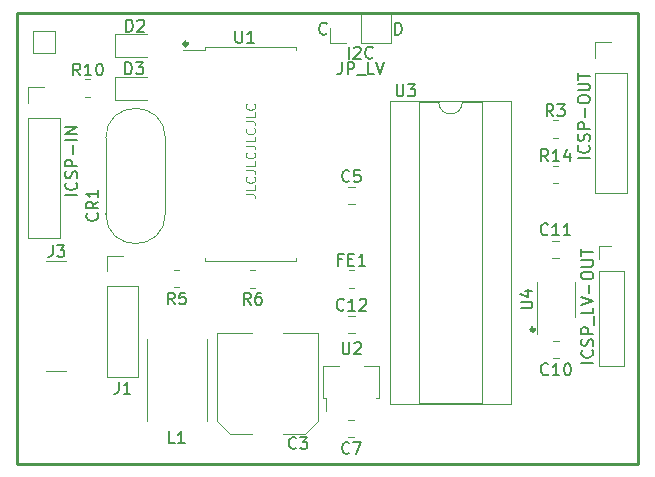
<source format=gbr>
From 2ec9ceca347f2052a0884e115a5198e5ea716262 Mon Sep 17 00:00:00 2001
From: Attila Veghelyi <works@veghelyiattila.hu>
Date: Wed, 5 Jun 2024 19:01:04 +0200
Subject: Modify the gerber files which are including now USB-C connector
 #0c67c15a0

---
 pcb/gerber/oprog_minimal-F_Silkscreen.gbr | 2003 +++++++++++++++++++++++++++++
 1 file changed, 2003 insertions(+)
 create mode 100644 pcb/gerber/oprog_minimal-F_Silkscreen.gbr

(limited to 'pcb/gerber/oprog_minimal-F_Silkscreen.gbr')

diff --git a/pcb/gerber/oprog_minimal-F_Silkscreen.gbr b/pcb/gerber/oprog_minimal-F_Silkscreen.gbr
new file mode 100644
index 0000000..7bac9de
--- /dev/null
+++ b/pcb/gerber/oprog_minimal-F_Silkscreen.gbr
@@ -0,0 +1,2003 @@
+G04 #@! TF.GenerationSoftware,KiCad,Pcbnew,7.0.11+1*
+G04 #@! TF.CreationDate,2024-04-21T11:05:48+02:00*
+G04 #@! TF.ProjectId,oprog_minimal,6f70726f-675f-46d6-996e-696d616c2e6b,rev?*
+G04 #@! TF.SameCoordinates,PXa8d62b0PY5f13998*
+G04 #@! TF.FileFunction,Legend,Top*
+G04 #@! TF.FilePolarity,Positive*
+%FSLAX46Y46*%
+G04 Gerber Fmt 4.6, Leading zero omitted, Abs format (unit mm)*
+G04 Created by KiCad (PCBNEW 7.0.11+1) date 2024-04-21 11:05:48*
+%MOMM*%
+%LPD*%
+G01*
+G04 APERTURE LIST*
+%ADD10C,0.300000*%
+%ADD11C,0.240000*%
+%ADD12C,0.150000*%
+%ADD13C,0.100000*%
+%ADD14C,0.120000*%
+G04 APERTURE END LIST*
+D10*
+X14678800Y-2895600D02*
+G75*
+G03*
+X14378800Y-2895600I-150000J0D01*
+G01*
+X14378800Y-2895600D02*
+G75*
+G03*
+X14678800Y-2895600I150000J0D01*
+G01*
+X44066600Y-27076400D02*
+G75*
+G03*
+X43766600Y-27076400I-150000J0D01*
+G01*
+X43766600Y-27076400D02*
+G75*
+G03*
+X44066600Y-27076400I150000J0D01*
+G01*
+D11*
+X254000Y-38481000D02*
+X254000Y-254000D01*
+X52832000Y-254000D02*
+X52832000Y-38481000D01*
+X254000Y-254000D02*
+X52832000Y-254000D01*
+X52832000Y-38481000D02*
+X254000Y-38481000D01*
+D12*
+X32250095Y-2105819D02*
+X32250095Y-1105819D01*
+X32250095Y-1105819D02*
+X32488190Y-1105819D01*
+X32488190Y-1105819D02*
+X32631047Y-1153438D01*
+X32631047Y-1153438D02*
+X32726285Y-1248676D01*
+X32726285Y-1248676D02*
+X32773904Y-1343914D01*
+X32773904Y-1343914D02*
+X32821523Y-1534390D01*
+X32821523Y-1534390D02*
+X32821523Y-1677247D01*
+X32821523Y-1677247D02*
+X32773904Y-1867723D01*
+X32773904Y-1867723D02*
+X32726285Y-1962961D01*
+X32726285Y-1962961D02*
+X32631047Y-2058200D01*
+X32631047Y-2058200D02*
+X32488190Y-2105819D01*
+X32488190Y-2105819D02*
+X32250095Y-2105819D01*
+D13*
+X19630895Y-15633238D02*
+X20202323Y-15633238D01*
+X20202323Y-15633238D02*
+X20316609Y-15671333D01*
+X20316609Y-15671333D02*
+X20392800Y-15747524D01*
+X20392800Y-15747524D02*
+X20430895Y-15861809D01*
+X20430895Y-15861809D02*
+X20430895Y-15938000D01*
+X20430895Y-14871333D02*
+X20430895Y-15252285D01*
+X20430895Y-15252285D02*
+X19630895Y-15252285D01*
+X20354704Y-14147523D02*
+X20392800Y-14185619D01*
+X20392800Y-14185619D02*
+X20430895Y-14299904D01*
+X20430895Y-14299904D02*
+X20430895Y-14376095D01*
+X20430895Y-14376095D02*
+X20392800Y-14490381D01*
+X20392800Y-14490381D02*
+X20316609Y-14566571D01*
+X20316609Y-14566571D02*
+X20240419Y-14604666D01*
+X20240419Y-14604666D02*
+X20088038Y-14642762D01*
+X20088038Y-14642762D02*
+X19973752Y-14642762D01*
+X19973752Y-14642762D02*
+X19821371Y-14604666D01*
+X19821371Y-14604666D02*
+X19745180Y-14566571D01*
+X19745180Y-14566571D02*
+X19668990Y-14490381D01*
+X19668990Y-14490381D02*
+X19630895Y-14376095D01*
+X19630895Y-14376095D02*
+X19630895Y-14299904D01*
+X19630895Y-14299904D02*
+X19668990Y-14185619D01*
+X19668990Y-14185619D02*
+X19707085Y-14147523D01*
+X19630895Y-13576095D02*
+X20202323Y-13576095D01*
+X20202323Y-13576095D02*
+X20316609Y-13614190D01*
+X20316609Y-13614190D02*
+X20392800Y-13690381D01*
+X20392800Y-13690381D02*
+X20430895Y-13804666D01*
+X20430895Y-13804666D02*
+X20430895Y-13880857D01*
+X20430895Y-12814190D02*
+X20430895Y-13195142D01*
+X20430895Y-13195142D02*
+X19630895Y-13195142D01*
+X20354704Y-12090380D02*
+X20392800Y-12128476D01*
+X20392800Y-12128476D02*
+X20430895Y-12242761D01*
+X20430895Y-12242761D02*
+X20430895Y-12318952D01*
+X20430895Y-12318952D02*
+X20392800Y-12433238D01*
+X20392800Y-12433238D02*
+X20316609Y-12509428D01*
+X20316609Y-12509428D02*
+X20240419Y-12547523D01*
+X20240419Y-12547523D02*
+X20088038Y-12585619D01*
+X20088038Y-12585619D02*
+X19973752Y-12585619D01*
+X19973752Y-12585619D02*
+X19821371Y-12547523D01*
+X19821371Y-12547523D02*
+X19745180Y-12509428D01*
+X19745180Y-12509428D02*
+X19668990Y-12433238D01*
+X19668990Y-12433238D02*
+X19630895Y-12318952D01*
+X19630895Y-12318952D02*
+X19630895Y-12242761D01*
+X19630895Y-12242761D02*
+X19668990Y-12128476D01*
+X19668990Y-12128476D02*
+X19707085Y-12090380D01*
+X19630895Y-11518952D02*
+X20202323Y-11518952D01*
+X20202323Y-11518952D02*
+X20316609Y-11557047D01*
+X20316609Y-11557047D02*
+X20392800Y-11633238D01*
+X20392800Y-11633238D02*
+X20430895Y-11747523D01*
+X20430895Y-11747523D02*
+X20430895Y-11823714D01*
+X20430895Y-10757047D02*
+X20430895Y-11137999D01*
+X20430895Y-11137999D02*
+X19630895Y-11137999D01*
+X20354704Y-10033237D02*
+X20392800Y-10071333D01*
+X20392800Y-10071333D02*
+X20430895Y-10185618D01*
+X20430895Y-10185618D02*
+X20430895Y-10261809D01*
+X20430895Y-10261809D02*
+X20392800Y-10376095D01*
+X20392800Y-10376095D02*
+X20316609Y-10452285D01*
+X20316609Y-10452285D02*
+X20240419Y-10490380D01*
+X20240419Y-10490380D02*
+X20088038Y-10528476D01*
+X20088038Y-10528476D02*
+X19973752Y-10528476D01*
+X19973752Y-10528476D02*
+X19821371Y-10490380D01*
+X19821371Y-10490380D02*
+X19745180Y-10452285D01*
+X19745180Y-10452285D02*
+X19668990Y-10376095D01*
+X19668990Y-10376095D02*
+X19630895Y-10261809D01*
+X19630895Y-10261809D02*
+X19630895Y-10185618D01*
+X19630895Y-10185618D02*
+X19668990Y-10071333D01*
+X19668990Y-10071333D02*
+X19707085Y-10033237D01*
+X19630895Y-9461809D02*
+X20202323Y-9461809D01*
+X20202323Y-9461809D02*
+X20316609Y-9499904D01*
+X20316609Y-9499904D02*
+X20392800Y-9576095D01*
+X20392800Y-9576095D02*
+X20430895Y-9690380D01*
+X20430895Y-9690380D02*
+X20430895Y-9766571D01*
+X20430895Y-8699904D02*
+X20430895Y-9080856D01*
+X20430895Y-9080856D02*
+X19630895Y-9080856D01*
+X20354704Y-7976094D02*
+X20392800Y-8014190D01*
+X20392800Y-8014190D02*
+X20430895Y-8128475D01*
+X20430895Y-8128475D02*
+X20430895Y-8204666D01*
+X20430895Y-8204666D02*
+X20392800Y-8318952D01*
+X20392800Y-8318952D02*
+X20316609Y-8395142D01*
+X20316609Y-8395142D02*
+X20240419Y-8433237D01*
+X20240419Y-8433237D02*
+X20088038Y-8471333D01*
+X20088038Y-8471333D02*
+X19973752Y-8471333D01*
+X19973752Y-8471333D02*
+X19821371Y-8433237D01*
+X19821371Y-8433237D02*
+X19745180Y-8395142D01*
+X19745180Y-8395142D02*
+X19668990Y-8318952D01*
+X19668990Y-8318952D02*
+X19630895Y-8204666D01*
+X19630895Y-8204666D02*
+X19630895Y-8128475D01*
+X19630895Y-8128475D02*
+X19668990Y-8014190D01*
+X19668990Y-8014190D02*
+X19707085Y-7976094D01*
+D12*
+X26471523Y-2010580D02*
+X26423904Y-2058200D01*
+X26423904Y-2058200D02*
+X26281047Y-2105819D01*
+X26281047Y-2105819D02*
+X26185809Y-2105819D01*
+X26185809Y-2105819D02*
+X26042952Y-2058200D01*
+X26042952Y-2058200D02*
+X25947714Y-1962961D01*
+X25947714Y-1962961D02*
+X25900095Y-1867723D01*
+X25900095Y-1867723D02*
+X25852476Y-1677247D01*
+X25852476Y-1677247D02*
+X25852476Y-1534390D01*
+X25852476Y-1534390D02*
+X25900095Y-1343914D01*
+X25900095Y-1343914D02*
+X25947714Y-1248676D01*
+X25947714Y-1248676D02*
+X26042952Y-1153438D01*
+X26042952Y-1153438D02*
+X26185809Y-1105819D01*
+X26185809Y-1105819D02*
+X26281047Y-1105819D01*
+X26281047Y-1105819D02*
+X26423904Y-1153438D01*
+X26423904Y-1153438D02*
+X26471523Y-1201057D01*
+X9498105Y-1852819D02*
+X9498105Y-852819D01*
+X9498105Y-852819D02*
+X9736200Y-852819D01*
+X9736200Y-852819D02*
+X9879057Y-900438D01*
+X9879057Y-900438D02*
+X9974295Y-995676D01*
+X9974295Y-995676D02*
+X10021914Y-1090914D01*
+X10021914Y-1090914D02*
+X10069533Y-1281390D01*
+X10069533Y-1281390D02*
+X10069533Y-1424247D01*
+X10069533Y-1424247D02*
+X10021914Y-1614723D01*
+X10021914Y-1614723D02*
+X9974295Y-1709961D01*
+X9974295Y-1709961D02*
+X9879057Y-1805200D01*
+X9879057Y-1805200D02*
+X9736200Y-1852819D01*
+X9736200Y-1852819D02*
+X9498105Y-1852819D01*
+X10450486Y-948057D02*
+X10498105Y-900438D01*
+X10498105Y-900438D02*
+X10593343Y-852819D01*
+X10593343Y-852819D02*
+X10831438Y-852819D01*
+X10831438Y-852819D02*
+X10926676Y-900438D01*
+X10926676Y-900438D02*
+X10974295Y-948057D01*
+X10974295Y-948057D02*
+X11021914Y-1043295D01*
+X11021914Y-1043295D02*
+X11021914Y-1138533D01*
+X11021914Y-1138533D02*
+X10974295Y-1281390D01*
+X10974295Y-1281390D02*
+X10402867Y-1852819D01*
+X10402867Y-1852819D02*
+X11021914Y-1852819D01*
+X9419605Y-5458619D02*
+X9419605Y-4458619D01*
+X9419605Y-4458619D02*
+X9657700Y-4458619D01*
+X9657700Y-4458619D02*
+X9800557Y-4506238D01*
+X9800557Y-4506238D02*
+X9895795Y-4601476D01*
+X9895795Y-4601476D02*
+X9943414Y-4696714D01*
+X9943414Y-4696714D02*
+X9991033Y-4887190D01*
+X9991033Y-4887190D02*
+X9991033Y-5030047D01*
+X9991033Y-5030047D02*
+X9943414Y-5220523D01*
+X9943414Y-5220523D02*
+X9895795Y-5315761D01*
+X9895795Y-5315761D02*
+X9800557Y-5411000D01*
+X9800557Y-5411000D02*
+X9657700Y-5458619D01*
+X9657700Y-5458619D02*
+X9419605Y-5458619D01*
+X10324367Y-4458619D02*
+X10943414Y-4458619D01*
+X10943414Y-4458619D02*
+X10610081Y-4839571D01*
+X10610081Y-4839571D02*
+X10752938Y-4839571D01*
+X10752938Y-4839571D02*
+X10848176Y-4887190D01*
+X10848176Y-4887190D02*
+X10895795Y-4934809D01*
+X10895795Y-4934809D02*
+X10943414Y-5030047D01*
+X10943414Y-5030047D02*
+X10943414Y-5268142D01*
+X10943414Y-5268142D02*
+X10895795Y-5363380D01*
+X10895795Y-5363380D02*
+X10848176Y-5411000D01*
+X10848176Y-5411000D02*
+X10752938Y-5458619D01*
+X10752938Y-5458619D02*
+X10467224Y-5458619D01*
+X10467224Y-5458619D02*
+X10371986Y-5411000D01*
+X10371986Y-5411000D02*
+X10324367Y-5363380D01*
+X5605542Y-5560219D02*
+X5272209Y-5084028D01*
+X5034114Y-5560219D02*
+X5034114Y-4560219D01*
+X5034114Y-4560219D02*
+X5415066Y-4560219D01*
+X5415066Y-4560219D02*
+X5510304Y-4607838D01*
+X5510304Y-4607838D02*
+X5557923Y-4655457D01*
+X5557923Y-4655457D02*
+X5605542Y-4750695D01*
+X5605542Y-4750695D02*
+X5605542Y-4893552D01*
+X5605542Y-4893552D02*
+X5557923Y-4988790D01*
+X5557923Y-4988790D02*
+X5510304Y-5036409D01*
+X5510304Y-5036409D02*
+X5415066Y-5084028D01*
+X5415066Y-5084028D02*
+X5034114Y-5084028D01*
+X6557923Y-5560219D02*
+X5986495Y-5560219D01*
+X6272209Y-5560219D02*
+X6272209Y-4560219D01*
+X6272209Y-4560219D02*
+X6176971Y-4703076D01*
+X6176971Y-4703076D02*
+X6081733Y-4798314D01*
+X6081733Y-4798314D02*
+X5986495Y-4845933D01*
+X7176971Y-4560219D02*
+X7272209Y-4560219D01*
+X7272209Y-4560219D02*
+X7367447Y-4607838D01*
+X7367447Y-4607838D02*
+X7415066Y-4655457D01*
+X7415066Y-4655457D02*
+X7462685Y-4750695D01*
+X7462685Y-4750695D02*
+X7510304Y-4941171D01*
+X7510304Y-4941171D02*
+X7510304Y-5179266D01*
+X7510304Y-5179266D02*
+X7462685Y-5369742D01*
+X7462685Y-5369742D02*
+X7415066Y-5464980D01*
+X7415066Y-5464980D02*
+X7367447Y-5512600D01*
+X7367447Y-5512600D02*
+X7272209Y-5560219D01*
+X7272209Y-5560219D02*
+X7176971Y-5560219D01*
+X7176971Y-5560219D02*
+X7081733Y-5512600D01*
+X7081733Y-5512600D02*
+X7034114Y-5464980D01*
+X7034114Y-5464980D02*
+X6986495Y-5369742D01*
+X6986495Y-5369742D02*
+X6938876Y-5179266D01*
+X6938876Y-5179266D02*
+X6938876Y-4941171D01*
+X6938876Y-4941171D02*
+X6986495Y-4750695D01*
+X6986495Y-4750695D02*
+X7034114Y-4655457D01*
+X7034114Y-4655457D02*
+X7081733Y-4607838D01*
+X7081733Y-4607838D02*
+X7176971Y-4560219D01*
+X18745295Y-1791619D02*
+X18745295Y-2601142D01*
+X18745295Y-2601142D02*
+X18792914Y-2696380D01*
+X18792914Y-2696380D02*
+X18840533Y-2744000D01*
+X18840533Y-2744000D02*
+X18935771Y-2791619D01*
+X18935771Y-2791619D02*
+X19126247Y-2791619D01*
+X19126247Y-2791619D02*
+X19221485Y-2744000D01*
+X19221485Y-2744000D02*
+X19269104Y-2696380D01*
+X19269104Y-2696380D02*
+X19316723Y-2601142D01*
+X19316723Y-2601142D02*
+X19316723Y-1791619D01*
+X20316723Y-2791619D02*
+X19745295Y-2791619D01*
+X20031009Y-2791619D02*
+X20031009Y-1791619D01*
+X20031009Y-1791619D02*
+X19935771Y-1934476D01*
+X19935771Y-1934476D02*
+X19840533Y-2029714D01*
+X19840533Y-2029714D02*
+X19745295Y-2077333D01*
+X7027080Y-17240166D02*
+X7074700Y-17287785D01*
+X7074700Y-17287785D02*
+X7122319Y-17430642D01*
+X7122319Y-17430642D02*
+X7122319Y-17525880D01*
+X7122319Y-17525880D02*
+X7074700Y-17668737D01*
+X7074700Y-17668737D02*
+X6979461Y-17763975D01*
+X6979461Y-17763975D02*
+X6884223Y-17811594D01*
+X6884223Y-17811594D02*
+X6693747Y-17859213D01*
+X6693747Y-17859213D02*
+X6550890Y-17859213D01*
+X6550890Y-17859213D02*
+X6360414Y-17811594D01*
+X6360414Y-17811594D02*
+X6265176Y-17763975D01*
+X6265176Y-17763975D02*
+X6169938Y-17668737D01*
+X6169938Y-17668737D02*
+X6122319Y-17525880D01*
+X6122319Y-17525880D02*
+X6122319Y-17430642D01*
+X6122319Y-17430642D02*
+X6169938Y-17287785D01*
+X6169938Y-17287785D02*
+X6217557Y-17240166D01*
+X7122319Y-16240166D02*
+X6646128Y-16573499D01*
+X7122319Y-16811594D02*
+X6122319Y-16811594D01*
+X6122319Y-16811594D02*
+X6122319Y-16430642D01*
+X6122319Y-16430642D02*
+X6169938Y-16335404D01*
+X6169938Y-16335404D02*
+X6217557Y-16287785D01*
+X6217557Y-16287785D02*
+X6312795Y-16240166D01*
+X6312795Y-16240166D02*
+X6455652Y-16240166D01*
+X6455652Y-16240166D02*
+X6550890Y-16287785D01*
+X6550890Y-16287785D02*
+X6598509Y-16335404D01*
+X6598509Y-16335404D02*
+X6646128Y-16430642D01*
+X6646128Y-16430642D02*
+X6646128Y-16811594D01*
+X7122319Y-15287785D02*
+X7122319Y-15859213D01*
+X7122319Y-15573499D02*
+X6122319Y-15573499D01*
+X6122319Y-15573499D02*
+X6265176Y-15668737D01*
+X6265176Y-15668737D02*
+X6360414Y-15763975D01*
+X6360414Y-15763975D02*
+X6408033Y-15859213D01*
+X8861466Y-31522319D02*
+X8861466Y-32236604D01*
+X8861466Y-32236604D02*
+X8813847Y-32379461D01*
+X8813847Y-32379461D02*
+X8718609Y-32474700D01*
+X8718609Y-32474700D02*
+X8575752Y-32522319D01*
+X8575752Y-32522319D02*
+X8480514Y-32522319D01*
+X9861466Y-32522319D02*
+X9290038Y-32522319D01*
+X9575752Y-32522319D02*
+X9575752Y-31522319D01*
+X9575752Y-31522319D02*
+X9480514Y-31665176D01*
+X9480514Y-31665176D02*
+X9385276Y-31760414D01*
+X9385276Y-31760414D02*
+X9290038Y-31808033D01*
+X28382933Y-14481980D02*
+X28335314Y-14529600D01*
+X28335314Y-14529600D02*
+X28192457Y-14577219D01*
+X28192457Y-14577219D02*
+X28097219Y-14577219D01*
+X28097219Y-14577219D02*
+X27954362Y-14529600D01*
+X27954362Y-14529600D02*
+X27859124Y-14434361D01*
+X27859124Y-14434361D02*
+X27811505Y-14339123D01*
+X27811505Y-14339123D02*
+X27763886Y-14148647D01*
+X27763886Y-14148647D02*
+X27763886Y-14005790D01*
+X27763886Y-14005790D02*
+X27811505Y-13815314D01*
+X27811505Y-13815314D02*
+X27859124Y-13720076D01*
+X27859124Y-13720076D02*
+X27954362Y-13624838D01*
+X27954362Y-13624838D02*
+X28097219Y-13577219D01*
+X28097219Y-13577219D02*
+X28192457Y-13577219D01*
+X28192457Y-13577219D02*
+X28335314Y-13624838D01*
+X28335314Y-13624838D02*
+X28382933Y-13672457D01*
+X29287695Y-13577219D02*
+X28811505Y-13577219D01*
+X28811505Y-13577219D02*
+X28763886Y-14053409D01*
+X28763886Y-14053409D02*
+X28811505Y-14005790D01*
+X28811505Y-14005790D02*
+X28906743Y-13958171D01*
+X28906743Y-13958171D02*
+X29144838Y-13958171D01*
+X29144838Y-13958171D02*
+X29240076Y-14005790D01*
+X29240076Y-14005790D02*
+X29287695Y-14053409D01*
+X29287695Y-14053409D02*
+X29335314Y-14148647D01*
+X29335314Y-14148647D02*
+X29335314Y-14386742D01*
+X29335314Y-14386742D02*
+X29287695Y-14481980D01*
+X29287695Y-14481980D02*
+X29240076Y-14529600D01*
+X29240076Y-14529600D02*
+X29144838Y-14577219D01*
+X29144838Y-14577219D02*
+X28906743Y-14577219D01*
+X28906743Y-14577219D02*
+X28811505Y-14529600D01*
+X28811505Y-14529600D02*
+X28763886Y-14481980D01*
+X49032319Y-29884094D02*
+X48032319Y-29884094D01*
+X48937080Y-28836476D02*
+X48984700Y-28884095D01*
+X48984700Y-28884095D02*
+X49032319Y-29026952D01*
+X49032319Y-29026952D02*
+X49032319Y-29122190D01*
+X49032319Y-29122190D02*
+X48984700Y-29265047D01*
+X48984700Y-29265047D02*
+X48889461Y-29360285D01*
+X48889461Y-29360285D02*
+X48794223Y-29407904D01*
+X48794223Y-29407904D02*
+X48603747Y-29455523D01*
+X48603747Y-29455523D02*
+X48460890Y-29455523D01*
+X48460890Y-29455523D02*
+X48270414Y-29407904D01*
+X48270414Y-29407904D02*
+X48175176Y-29360285D01*
+X48175176Y-29360285D02*
+X48079938Y-29265047D01*
+X48079938Y-29265047D02*
+X48032319Y-29122190D01*
+X48032319Y-29122190D02*
+X48032319Y-29026952D01*
+X48032319Y-29026952D02*
+X48079938Y-28884095D01*
+X48079938Y-28884095D02*
+X48127557Y-28836476D01*
+X48984700Y-28455523D02*
+X49032319Y-28312666D01*
+X49032319Y-28312666D02*
+X49032319Y-28074571D01*
+X49032319Y-28074571D02*
+X48984700Y-27979333D01*
+X48984700Y-27979333D02*
+X48937080Y-27931714D01*
+X48937080Y-27931714D02*
+X48841842Y-27884095D01*
+X48841842Y-27884095D02*
+X48746604Y-27884095D01*
+X48746604Y-27884095D02*
+X48651366Y-27931714D01*
+X48651366Y-27931714D02*
+X48603747Y-27979333D01*
+X48603747Y-27979333D02*
+X48556128Y-28074571D01*
+X48556128Y-28074571D02*
+X48508509Y-28265047D01*
+X48508509Y-28265047D02*
+X48460890Y-28360285D01*
+X48460890Y-28360285D02*
+X48413271Y-28407904D01*
+X48413271Y-28407904D02*
+X48318033Y-28455523D01*
+X48318033Y-28455523D02*
+X48222795Y-28455523D01*
+X48222795Y-28455523D02*
+X48127557Y-28407904D01*
+X48127557Y-28407904D02*
+X48079938Y-28360285D01*
+X48079938Y-28360285D02*
+X48032319Y-28265047D01*
+X48032319Y-28265047D02*
+X48032319Y-28026952D01*
+X48032319Y-28026952D02*
+X48079938Y-27884095D01*
+X49032319Y-27455523D02*
+X48032319Y-27455523D01*
+X48032319Y-27455523D02*
+X48032319Y-27074571D01*
+X48032319Y-27074571D02*
+X48079938Y-26979333D01*
+X48079938Y-26979333D02*
+X48127557Y-26931714D01*
+X48127557Y-26931714D02*
+X48222795Y-26884095D01*
+X48222795Y-26884095D02*
+X48365652Y-26884095D01*
+X48365652Y-26884095D02*
+X48460890Y-26931714D01*
+X48460890Y-26931714D02*
+X48508509Y-26979333D01*
+X48508509Y-26979333D02*
+X48556128Y-27074571D01*
+X48556128Y-27074571D02*
+X48556128Y-27455523D01*
+X49127557Y-26693619D02*
+X49127557Y-25931714D01*
+X49032319Y-25217428D02*
+X49032319Y-25693618D01*
+X49032319Y-25693618D02*
+X48032319Y-25693618D01*
+X48032319Y-25026951D02*
+X49032319Y-24693618D01*
+X49032319Y-24693618D02*
+X48032319Y-24360285D01*
+X48651366Y-24026951D02*
+X48651366Y-23265047D01*
+X48032319Y-22598380D02*
+X48032319Y-22407904D01*
+X48032319Y-22407904D02*
+X48079938Y-22312666D01*
+X48079938Y-22312666D02*
+X48175176Y-22217428D01*
+X48175176Y-22217428D02*
+X48365652Y-22169809D01*
+X48365652Y-22169809D02*
+X48698985Y-22169809D01*
+X48698985Y-22169809D02*
+X48889461Y-22217428D01*
+X48889461Y-22217428D02*
+X48984700Y-22312666D01*
+X48984700Y-22312666D02*
+X49032319Y-22407904D01*
+X49032319Y-22407904D02*
+X49032319Y-22598380D01*
+X49032319Y-22598380D02*
+X48984700Y-22693618D01*
+X48984700Y-22693618D02*
+X48889461Y-22788856D01*
+X48889461Y-22788856D02*
+X48698985Y-22836475D01*
+X48698985Y-22836475D02*
+X48365652Y-22836475D01*
+X48365652Y-22836475D02*
+X48175176Y-22788856D01*
+X48175176Y-22788856D02*
+X48079938Y-22693618D01*
+X48079938Y-22693618D02*
+X48032319Y-22598380D01*
+X48032319Y-21741237D02*
+X48841842Y-21741237D01*
+X48841842Y-21741237D02*
+X48937080Y-21693618D01*
+X48937080Y-21693618D02*
+X48984700Y-21645999D01*
+X48984700Y-21645999D02*
+X49032319Y-21550761D01*
+X49032319Y-21550761D02*
+X49032319Y-21360285D01*
+X49032319Y-21360285D02*
+X48984700Y-21265047D01*
+X48984700Y-21265047D02*
+X48937080Y-21217428D01*
+X48937080Y-21217428D02*
+X48841842Y-21169809D01*
+X48841842Y-21169809D02*
+X48032319Y-21169809D01*
+X48032319Y-20836475D02*
+X48032319Y-20265047D01*
+X49032319Y-20550761D02*
+X48032319Y-20550761D01*
+X28385233Y-37519780D02*
+X28337614Y-37567400D01*
+X28337614Y-37567400D02*
+X28194757Y-37615019D01*
+X28194757Y-37615019D02*
+X28099519Y-37615019D01*
+X28099519Y-37615019D02*
+X27956662Y-37567400D01*
+X27956662Y-37567400D02*
+X27861424Y-37472161D01*
+X27861424Y-37472161D02*
+X27813805Y-37376923D01*
+X27813805Y-37376923D02*
+X27766186Y-37186447D01*
+X27766186Y-37186447D02*
+X27766186Y-37043590D01*
+X27766186Y-37043590D02*
+X27813805Y-36853114D01*
+X27813805Y-36853114D02*
+X27861424Y-36757876D01*
+X27861424Y-36757876D02*
+X27956662Y-36662638D01*
+X27956662Y-36662638D02*
+X28099519Y-36615019D01*
+X28099519Y-36615019D02*
+X28194757Y-36615019D01*
+X28194757Y-36615019D02*
+X28337614Y-36662638D01*
+X28337614Y-36662638D02*
+X28385233Y-36710257D01*
+X28718567Y-36615019D02*
+X29385233Y-36615019D01*
+X29385233Y-36615019D02*
+X28956662Y-37615019D01*
+X42888819Y-25292504D02*
+X43698342Y-25292504D01*
+X43698342Y-25292504D02*
+X43793580Y-25244885D01*
+X43793580Y-25244885D02*
+X43841200Y-25197266D01*
+X43841200Y-25197266D02*
+X43888819Y-25102028D01*
+X43888819Y-25102028D02*
+X43888819Y-24911552D01*
+X43888819Y-24911552D02*
+X43841200Y-24816314D01*
+X43841200Y-24816314D02*
+X43793580Y-24768695D01*
+X43793580Y-24768695D02*
+X43698342Y-24721076D01*
+X43698342Y-24721076D02*
+X42888819Y-24721076D01*
+X43222152Y-23816314D02*
+X43888819Y-23816314D01*
+X42841200Y-24054409D02*
+X43555485Y-24292504D01*
+X43555485Y-24292504D02*
+X43555485Y-23673457D01*
+X45229542Y-30839580D02*
+X45181923Y-30887200D01*
+X45181923Y-30887200D02*
+X45039066Y-30934819D01*
+X45039066Y-30934819D02*
+X44943828Y-30934819D01*
+X44943828Y-30934819D02*
+X44800971Y-30887200D01*
+X44800971Y-30887200D02*
+X44705733Y-30791961D01*
+X44705733Y-30791961D02*
+X44658114Y-30696723D01*
+X44658114Y-30696723D02*
+X44610495Y-30506247D01*
+X44610495Y-30506247D02*
+X44610495Y-30363390D01*
+X44610495Y-30363390D02*
+X44658114Y-30172914D01*
+X44658114Y-30172914D02*
+X44705733Y-30077676D01*
+X44705733Y-30077676D02*
+X44800971Y-29982438D01*
+X44800971Y-29982438D02*
+X44943828Y-29934819D01*
+X44943828Y-29934819D02*
+X45039066Y-29934819D01*
+X45039066Y-29934819D02*
+X45181923Y-29982438D01*
+X45181923Y-29982438D02*
+X45229542Y-30030057D01*
+X46181923Y-30934819D02*
+X45610495Y-30934819D01*
+X45896209Y-30934819D02*
+X45896209Y-29934819D01*
+X45896209Y-29934819D02*
+X45800971Y-30077676D01*
+X45800971Y-30077676D02*
+X45705733Y-30172914D01*
+X45705733Y-30172914D02*
+X45610495Y-30220533D01*
+X46800971Y-29934819D02*
+X46896209Y-29934819D01*
+X46896209Y-29934819D02*
+X46991447Y-29982438D01*
+X46991447Y-29982438D02*
+X47039066Y-30030057D01*
+X47039066Y-30030057D02*
+X47086685Y-30125295D01*
+X47086685Y-30125295D02*
+X47134304Y-30315771D01*
+X47134304Y-30315771D02*
+X47134304Y-30553866D01*
+X47134304Y-30553866D02*
+X47086685Y-30744342D01*
+X47086685Y-30744342D02*
+X47039066Y-30839580D01*
+X47039066Y-30839580D02*
+X46991447Y-30887200D01*
+X46991447Y-30887200D02*
+X46896209Y-30934819D01*
+X46896209Y-30934819D02*
+X46800971Y-30934819D01*
+X46800971Y-30934819D02*
+X46705733Y-30887200D01*
+X46705733Y-30887200D02*
+X46658114Y-30839580D01*
+X46658114Y-30839580D02*
+X46610495Y-30744342D01*
+X46610495Y-30744342D02*
+X46562876Y-30553866D01*
+X46562876Y-30553866D02*
+X46562876Y-30315771D01*
+X46562876Y-30315771D02*
+X46610495Y-30125295D01*
+X46610495Y-30125295D02*
+X46658114Y-30030057D01*
+X46658114Y-30030057D02*
+X46705733Y-29982438D01*
+X46705733Y-29982438D02*
+X46800971Y-29934819D01*
+X45204142Y-19004180D02*
+X45156523Y-19051800D01*
+X45156523Y-19051800D02*
+X45013666Y-19099419D01*
+X45013666Y-19099419D02*
+X44918428Y-19099419D01*
+X44918428Y-19099419D02*
+X44775571Y-19051800D01*
+X44775571Y-19051800D02*
+X44680333Y-18956561D01*
+X44680333Y-18956561D02*
+X44632714Y-18861323D01*
+X44632714Y-18861323D02*
+X44585095Y-18670847D01*
+X44585095Y-18670847D02*
+X44585095Y-18527990D01*
+X44585095Y-18527990D02*
+X44632714Y-18337514D01*
+X44632714Y-18337514D02*
+X44680333Y-18242276D01*
+X44680333Y-18242276D02*
+X44775571Y-18147038D01*
+X44775571Y-18147038D02*
+X44918428Y-18099419D01*
+X44918428Y-18099419D02*
+X45013666Y-18099419D01*
+X45013666Y-18099419D02*
+X45156523Y-18147038D01*
+X45156523Y-18147038D02*
+X45204142Y-18194657D01*
+X46156523Y-19099419D02*
+X45585095Y-19099419D01*
+X45870809Y-19099419D02*
+X45870809Y-18099419D01*
+X45870809Y-18099419D02*
+X45775571Y-18242276D01*
+X45775571Y-18242276D02*
+X45680333Y-18337514D01*
+X45680333Y-18337514D02*
+X45585095Y-18385133D01*
+X47108904Y-19099419D02*
+X46537476Y-19099419D01*
+X46823190Y-19099419D02*
+X46823190Y-18099419D01*
+X46823190Y-18099419D02*
+X46727952Y-18242276D01*
+X46727952Y-18242276D02*
+X46632714Y-18337514D01*
+X46632714Y-18337514D02*
+X46537476Y-18385133D01*
+X20026333Y-24965819D02*
+X19693000Y-24489628D01*
+X19454905Y-24965819D02*
+X19454905Y-23965819D01*
+X19454905Y-23965819D02*
+X19835857Y-23965819D01*
+X19835857Y-23965819D02*
+X19931095Y-24013438D01*
+X19931095Y-24013438D02*
+X19978714Y-24061057D01*
+X19978714Y-24061057D02*
+X20026333Y-24156295D01*
+X20026333Y-24156295D02*
+X20026333Y-24299152D01*
+X20026333Y-24299152D02*
+X19978714Y-24394390D01*
+X19978714Y-24394390D02*
+X19931095Y-24442009D01*
+X19931095Y-24442009D02*
+X19835857Y-24489628D01*
+X19835857Y-24489628D02*
+X19454905Y-24489628D01*
+X20883476Y-23965819D02*
+X20693000Y-23965819D01*
+X20693000Y-23965819D02*
+X20597762Y-24013438D01*
+X20597762Y-24013438D02*
+X20550143Y-24061057D01*
+X20550143Y-24061057D02*
+X20454905Y-24203914D01*
+X20454905Y-24203914D02*
+X20407286Y-24394390D01*
+X20407286Y-24394390D02*
+X20407286Y-24775342D01*
+X20407286Y-24775342D02*
+X20454905Y-24870580D01*
+X20454905Y-24870580D02*
+X20502524Y-24918200D01*
+X20502524Y-24918200D02*
+X20597762Y-24965819D01*
+X20597762Y-24965819D02*
+X20788238Y-24965819D01*
+X20788238Y-24965819D02*
+X20883476Y-24918200D01*
+X20883476Y-24918200D02*
+X20931095Y-24870580D01*
+X20931095Y-24870580D02*
+X20978714Y-24775342D01*
+X20978714Y-24775342D02*
+X20978714Y-24537247D01*
+X20978714Y-24537247D02*
+X20931095Y-24442009D01*
+X20931095Y-24442009D02*
+X20883476Y-24394390D01*
+X20883476Y-24394390D02*
+X20788238Y-24346771D01*
+X20788238Y-24346771D02*
+X20597762Y-24346771D01*
+X20597762Y-24346771D02*
+X20502524Y-24394390D01*
+X20502524Y-24394390D02*
+X20454905Y-24442009D01*
+X20454905Y-24442009D02*
+X20407286Y-24537247D01*
+X45654933Y-9014619D02*
+X45321600Y-8538428D01*
+X45083505Y-9014619D02*
+X45083505Y-8014619D01*
+X45083505Y-8014619D02*
+X45464457Y-8014619D01*
+X45464457Y-8014619D02*
+X45559695Y-8062238D01*
+X45559695Y-8062238D02*
+X45607314Y-8109857D01*
+X45607314Y-8109857D02*
+X45654933Y-8205095D01*
+X45654933Y-8205095D02*
+X45654933Y-8347952D01*
+X45654933Y-8347952D02*
+X45607314Y-8443190D01*
+X45607314Y-8443190D02*
+X45559695Y-8490809D01*
+X45559695Y-8490809D02*
+X45464457Y-8538428D01*
+X45464457Y-8538428D02*
+X45083505Y-8538428D01*
+X45988267Y-8014619D02*
+X46607314Y-8014619D01*
+X46607314Y-8014619D02*
+X46273981Y-8395571D01*
+X46273981Y-8395571D02*
+X46416838Y-8395571D01*
+X46416838Y-8395571D02*
+X46512076Y-8443190D01*
+X46512076Y-8443190D02*
+X46559695Y-8490809D01*
+X46559695Y-8490809D02*
+X46607314Y-8586047D01*
+X46607314Y-8586047D02*
+X46607314Y-8824142D01*
+X46607314Y-8824142D02*
+X46559695Y-8919380D01*
+X46559695Y-8919380D02*
+X46512076Y-8967000D01*
+X46512076Y-8967000D02*
+X46416838Y-9014619D01*
+X46416838Y-9014619D02*
+X46131124Y-9014619D01*
+X46131124Y-9014619D02*
+X46035886Y-8967000D01*
+X46035886Y-8967000D02*
+X45988267Y-8919380D01*
+X45229542Y-12824619D02*
+X44896209Y-12348428D01*
+X44658114Y-12824619D02*
+X44658114Y-11824619D01*
+X44658114Y-11824619D02*
+X45039066Y-11824619D01*
+X45039066Y-11824619D02*
+X45134304Y-11872238D01*
+X45134304Y-11872238D02*
+X45181923Y-11919857D01*
+X45181923Y-11919857D02*
+X45229542Y-12015095D01*
+X45229542Y-12015095D02*
+X45229542Y-12157952D01*
+X45229542Y-12157952D02*
+X45181923Y-12253190D01*
+X45181923Y-12253190D02*
+X45134304Y-12300809D01*
+X45134304Y-12300809D02*
+X45039066Y-12348428D01*
+X45039066Y-12348428D02*
+X44658114Y-12348428D01*
+X46181923Y-12824619D02*
+X45610495Y-12824619D01*
+X45896209Y-12824619D02*
+X45896209Y-11824619D01*
+X45896209Y-11824619D02*
+X45800971Y-11967476D01*
+X45800971Y-11967476D02*
+X45705733Y-12062714D01*
+X45705733Y-12062714D02*
+X45610495Y-12110333D01*
+X47039066Y-12157952D02*
+X47039066Y-12824619D01*
+X46800971Y-11777000D02*
+X46562876Y-12491285D01*
+X46562876Y-12491285D02*
+X47181923Y-12491285D01*
+X32385095Y-6312819D02*
+X32385095Y-7122342D01*
+X32385095Y-7122342D02*
+X32432714Y-7217580D01*
+X32432714Y-7217580D02*
+X32480333Y-7265200D01*
+X32480333Y-7265200D02*
+X32575571Y-7312819D01*
+X32575571Y-7312819D02*
+X32766047Y-7312819D01*
+X32766047Y-7312819D02*
+X32861285Y-7265200D01*
+X32861285Y-7265200D02*
+X32908904Y-7217580D01*
+X32908904Y-7217580D02*
+X32956523Y-7122342D01*
+X32956523Y-7122342D02*
+X32956523Y-6312819D01*
+X33337476Y-6312819D02*
+X33956523Y-6312819D01*
+X33956523Y-6312819D02*
+X33623190Y-6693771D01*
+X33623190Y-6693771D02*
+X33766047Y-6693771D01*
+X33766047Y-6693771D02*
+X33861285Y-6741390D01*
+X33861285Y-6741390D02*
+X33908904Y-6789009D01*
+X33908904Y-6789009D02*
+X33956523Y-6884247D01*
+X33956523Y-6884247D02*
+X33956523Y-7122342D01*
+X33956523Y-7122342D02*
+X33908904Y-7217580D01*
+X33908904Y-7217580D02*
+X33861285Y-7265200D01*
+X33861285Y-7265200D02*
+X33766047Y-7312819D01*
+X33766047Y-7312819D02*
+X33480333Y-7312819D01*
+X33480333Y-7312819D02*
+X33385095Y-7265200D01*
+X33385095Y-7265200D02*
+X33337476Y-7217580D01*
+X13600133Y-36700619D02*
+X13123943Y-36700619D01*
+X13123943Y-36700619D02*
+X13123943Y-35700619D01*
+X14457276Y-36700619D02*
+X13885848Y-36700619D01*
+X14171562Y-36700619D02*
+X14171562Y-35700619D01*
+X14171562Y-35700619D02*
+X14076324Y-35843476D01*
+X14076324Y-35843476D02*
+X13981086Y-35938714D01*
+X13981086Y-35938714D02*
+X13885848Y-35986333D01*
+X13600133Y-24953119D02*
+X13266800Y-24476928D01*
+X13028705Y-24953119D02*
+X13028705Y-23953119D01*
+X13028705Y-23953119D02*
+X13409657Y-23953119D01*
+X13409657Y-23953119D02*
+X13504895Y-24000738D01*
+X13504895Y-24000738D02*
+X13552514Y-24048357D01*
+X13552514Y-24048357D02*
+X13600133Y-24143595D01*
+X13600133Y-24143595D02*
+X13600133Y-24286452D01*
+X13600133Y-24286452D02*
+X13552514Y-24381690D01*
+X13552514Y-24381690D02*
+X13504895Y-24429309D01*
+X13504895Y-24429309D02*
+X13409657Y-24476928D01*
+X13409657Y-24476928D02*
+X13028705Y-24476928D01*
+X14504895Y-23953119D02*
+X14028705Y-23953119D01*
+X14028705Y-23953119D02*
+X13981086Y-24429309D01*
+X13981086Y-24429309D02*
+X14028705Y-24381690D01*
+X14028705Y-24381690D02*
+X14123943Y-24334071D01*
+X14123943Y-24334071D02*
+X14362038Y-24334071D01*
+X14362038Y-24334071D02*
+X14457276Y-24381690D01*
+X14457276Y-24381690D02*
+X14504895Y-24429309D01*
+X14504895Y-24429309D02*
+X14552514Y-24524547D01*
+X14552514Y-24524547D02*
+X14552514Y-24762642D01*
+X14552514Y-24762642D02*
+X14504895Y-24857880D01*
+X14504895Y-24857880D02*
+X14457276Y-24905500D01*
+X14457276Y-24905500D02*
+X14362038Y-24953119D01*
+X14362038Y-24953119D02*
+X14123943Y-24953119D01*
+X14123943Y-24953119D02*
+X14028705Y-24905500D01*
+X14028705Y-24905500D02*
+X13981086Y-24857880D01*
+X23887133Y-37087980D02*
+X23839514Y-37135600D01*
+X23839514Y-37135600D02*
+X23696657Y-37183219D01*
+X23696657Y-37183219D02*
+X23601419Y-37183219D01*
+X23601419Y-37183219D02*
+X23458562Y-37135600D01*
+X23458562Y-37135600D02*
+X23363324Y-37040361D01*
+X23363324Y-37040361D02*
+X23315705Y-36945123D01*
+X23315705Y-36945123D02*
+X23268086Y-36754647D01*
+X23268086Y-36754647D02*
+X23268086Y-36611790D01*
+X23268086Y-36611790D02*
+X23315705Y-36421314D01*
+X23315705Y-36421314D02*
+X23363324Y-36326076D01*
+X23363324Y-36326076D02*
+X23458562Y-36230838D01*
+X23458562Y-36230838D02*
+X23601419Y-36183219D01*
+X23601419Y-36183219D02*
+X23696657Y-36183219D01*
+X23696657Y-36183219D02*
+X23839514Y-36230838D01*
+X23839514Y-36230838D02*
+X23887133Y-36278457D01*
+X24220467Y-36183219D02*
+X24839514Y-36183219D01*
+X24839514Y-36183219D02*
+X24506181Y-36564171D01*
+X24506181Y-36564171D02*
+X24649038Y-36564171D01*
+X24649038Y-36564171D02*
+X24744276Y-36611790D01*
+X24744276Y-36611790D02*
+X24791895Y-36659409D01*
+X24791895Y-36659409D02*
+X24839514Y-36754647D01*
+X24839514Y-36754647D02*
+X24839514Y-36992742D01*
+X24839514Y-36992742D02*
+X24791895Y-37087980D01*
+X24791895Y-37087980D02*
+X24744276Y-37135600D01*
+X24744276Y-37135600D02*
+X24649038Y-37183219D01*
+X24649038Y-37183219D02*
+X24363324Y-37183219D01*
+X24363324Y-37183219D02*
+X24268086Y-37135600D01*
+X24268086Y-37135600D02*
+X24220467Y-37087980D01*
+X27813095Y-28156819D02*
+X27813095Y-28966342D01*
+X27813095Y-28966342D02*
+X27860714Y-29061580D01*
+X27860714Y-29061580D02*
+X27908333Y-29109200D01*
+X27908333Y-29109200D02*
+X28003571Y-29156819D01*
+X28003571Y-29156819D02*
+X28194047Y-29156819D01*
+X28194047Y-29156819D02*
+X28289285Y-29109200D01*
+X28289285Y-29109200D02*
+X28336904Y-29061580D01*
+X28336904Y-29061580D02*
+X28384523Y-28966342D01*
+X28384523Y-28966342D02*
+X28384523Y-28156819D01*
+X28813095Y-28252057D02*
+X28860714Y-28204438D01*
+X28860714Y-28204438D02*
+X28955952Y-28156819D01*
+X28955952Y-28156819D02*
+X29194047Y-28156819D01*
+X29194047Y-28156819D02*
+X29289285Y-28204438D01*
+X29289285Y-28204438D02*
+X29336904Y-28252057D01*
+X29336904Y-28252057D02*
+X29384523Y-28347295D01*
+X29384523Y-28347295D02*
+X29384523Y-28442533D01*
+X29384523Y-28442533D02*
+X29336904Y-28585390D01*
+X29336904Y-28585390D02*
+X28765476Y-29156819D01*
+X28765476Y-29156819D02*
+X29384523Y-29156819D01*
+X27765571Y-4458619D02*
+X27765571Y-5172904D01*
+X27765571Y-5172904D02*
+X27717952Y-5315761D01*
+X27717952Y-5315761D02*
+X27622714Y-5411000D01*
+X27622714Y-5411000D02*
+X27479857Y-5458619D01*
+X27479857Y-5458619D02*
+X27384619Y-5458619D01*
+X28241762Y-5458619D02*
+X28241762Y-4458619D01*
+X28241762Y-4458619D02*
+X28622714Y-4458619D01*
+X28622714Y-4458619D02*
+X28717952Y-4506238D01*
+X28717952Y-4506238D02*
+X28765571Y-4553857D01*
+X28765571Y-4553857D02*
+X28813190Y-4649095D01*
+X28813190Y-4649095D02*
+X28813190Y-4791952D01*
+X28813190Y-4791952D02*
+X28765571Y-4887190D01*
+X28765571Y-4887190D02*
+X28717952Y-4934809D01*
+X28717952Y-4934809D02*
+X28622714Y-4982428D01*
+X28622714Y-4982428D02*
+X28241762Y-4982428D01*
+X29003667Y-5553857D02*
+X29765571Y-5553857D01*
+X30479857Y-5458619D02*
+X30003667Y-5458619D01*
+X30003667Y-5458619D02*
+X30003667Y-4458619D01*
+X30670334Y-4458619D02*
+X31003667Y-5458619D01*
+X31003667Y-5458619D02*
+X31337000Y-4458619D01*
+X28360810Y-4137819D02*
+X28360810Y-3137819D01*
+X28789381Y-3233057D02*
+X28837000Y-3185438D01*
+X28837000Y-3185438D02*
+X28932238Y-3137819D01*
+X28932238Y-3137819D02*
+X29170333Y-3137819D01*
+X29170333Y-3137819D02*
+X29265571Y-3185438D01*
+X29265571Y-3185438D02*
+X29313190Y-3233057D01*
+X29313190Y-3233057D02*
+X29360809Y-3328295D01*
+X29360809Y-3328295D02*
+X29360809Y-3423533D01*
+X29360809Y-3423533D02*
+X29313190Y-3566390D01*
+X29313190Y-3566390D02*
+X28741762Y-4137819D01*
+X28741762Y-4137819D02*
+X29360809Y-4137819D01*
+X30360809Y-4042580D02*
+X30313190Y-4090200D01*
+X30313190Y-4090200D02*
+X30170333Y-4137819D01*
+X30170333Y-4137819D02*
+X30075095Y-4137819D01*
+X30075095Y-4137819D02*
+X29932238Y-4090200D01*
+X29932238Y-4090200D02*
+X29837000Y-3994961D01*
+X29837000Y-3994961D02*
+X29789381Y-3899723D01*
+X29789381Y-3899723D02*
+X29741762Y-3709247D01*
+X29741762Y-3709247D02*
+X29741762Y-3566390D01*
+X29741762Y-3566390D02*
+X29789381Y-3375914D01*
+X29789381Y-3375914D02*
+X29837000Y-3280676D01*
+X29837000Y-3280676D02*
+X29932238Y-3185438D01*
+X29932238Y-3185438D02*
+X30075095Y-3137819D01*
+X30075095Y-3137819D02*
+X30170333Y-3137819D01*
+X30170333Y-3137819D02*
+X30313190Y-3185438D01*
+X30313190Y-3185438D02*
+X30360809Y-3233057D01*
+X48740219Y-12540808D02*
+X47740219Y-12540808D01*
+X48644980Y-11493190D02*
+X48692600Y-11540809D01*
+X48692600Y-11540809D02*
+X48740219Y-11683666D01*
+X48740219Y-11683666D02*
+X48740219Y-11778904D01*
+X48740219Y-11778904D02*
+X48692600Y-11921761D01*
+X48692600Y-11921761D02*
+X48597361Y-12016999D01*
+X48597361Y-12016999D02*
+X48502123Y-12064618D01*
+X48502123Y-12064618D02*
+X48311647Y-12112237D01*
+X48311647Y-12112237D02*
+X48168790Y-12112237D01*
+X48168790Y-12112237D02*
+X47978314Y-12064618D01*
+X47978314Y-12064618D02*
+X47883076Y-12016999D01*
+X47883076Y-12016999D02*
+X47787838Y-11921761D01*
+X47787838Y-11921761D02*
+X47740219Y-11778904D01*
+X47740219Y-11778904D02*
+X47740219Y-11683666D01*
+X47740219Y-11683666D02*
+X47787838Y-11540809D01*
+X47787838Y-11540809D02*
+X47835457Y-11493190D01*
+X48692600Y-11112237D02*
+X48740219Y-10969380D01*
+X48740219Y-10969380D02*
+X48740219Y-10731285D01*
+X48740219Y-10731285D02*
+X48692600Y-10636047D01*
+X48692600Y-10636047D02*
+X48644980Y-10588428D01*
+X48644980Y-10588428D02*
+X48549742Y-10540809D01*
+X48549742Y-10540809D02*
+X48454504Y-10540809D01*
+X48454504Y-10540809D02*
+X48359266Y-10588428D01*
+X48359266Y-10588428D02*
+X48311647Y-10636047D01*
+X48311647Y-10636047D02*
+X48264028Y-10731285D01*
+X48264028Y-10731285D02*
+X48216409Y-10921761D01*
+X48216409Y-10921761D02*
+X48168790Y-11016999D01*
+X48168790Y-11016999D02*
+X48121171Y-11064618D01*
+X48121171Y-11064618D02*
+X48025933Y-11112237D01*
+X48025933Y-11112237D02*
+X47930695Y-11112237D01*
+X47930695Y-11112237D02*
+X47835457Y-11064618D01*
+X47835457Y-11064618D02*
+X47787838Y-11016999D01*
+X47787838Y-11016999D02*
+X47740219Y-10921761D01*
+X47740219Y-10921761D02*
+X47740219Y-10683666D01*
+X47740219Y-10683666D02*
+X47787838Y-10540809D01*
+X48740219Y-10112237D02*
+X47740219Y-10112237D01*
+X47740219Y-10112237D02*
+X47740219Y-9731285D01*
+X47740219Y-9731285D02*
+X47787838Y-9636047D01*
+X47787838Y-9636047D02*
+X47835457Y-9588428D01*
+X47835457Y-9588428D02*
+X47930695Y-9540809D01*
+X47930695Y-9540809D02*
+X48073552Y-9540809D01*
+X48073552Y-9540809D02*
+X48168790Y-9588428D01*
+X48168790Y-9588428D02*
+X48216409Y-9636047D01*
+X48216409Y-9636047D02*
+X48264028Y-9731285D01*
+X48264028Y-9731285D02*
+X48264028Y-10112237D01*
+X48359266Y-9112237D02*
+X48359266Y-8350333D01*
+X47740219Y-7683666D02*
+X47740219Y-7493190D01*
+X47740219Y-7493190D02*
+X47787838Y-7397952D01*
+X47787838Y-7397952D02*
+X47883076Y-7302714D01*
+X47883076Y-7302714D02*
+X48073552Y-7255095D01*
+X48073552Y-7255095D02*
+X48406885Y-7255095D01*
+X48406885Y-7255095D02*
+X48597361Y-7302714D01*
+X48597361Y-7302714D02*
+X48692600Y-7397952D01*
+X48692600Y-7397952D02*
+X48740219Y-7493190D01*
+X48740219Y-7493190D02*
+X48740219Y-7683666D01*
+X48740219Y-7683666D02*
+X48692600Y-7778904D01*
+X48692600Y-7778904D02*
+X48597361Y-7874142D01*
+X48597361Y-7874142D02*
+X48406885Y-7921761D01*
+X48406885Y-7921761D02*
+X48073552Y-7921761D01*
+X48073552Y-7921761D02*
+X47883076Y-7874142D01*
+X47883076Y-7874142D02*
+X47787838Y-7778904D01*
+X47787838Y-7778904D02*
+X47740219Y-7683666D01*
+X47740219Y-6826523D02*
+X48549742Y-6826523D01*
+X48549742Y-6826523D02*
+X48644980Y-6778904D01*
+X48644980Y-6778904D02*
+X48692600Y-6731285D01*
+X48692600Y-6731285D02*
+X48740219Y-6636047D01*
+X48740219Y-6636047D02*
+X48740219Y-6445571D01*
+X48740219Y-6445571D02*
+X48692600Y-6350333D01*
+X48692600Y-6350333D02*
+X48644980Y-6302714D01*
+X48644980Y-6302714D02*
+X48549742Y-6255095D01*
+X48549742Y-6255095D02*
+X47740219Y-6255095D01*
+X47740219Y-5921761D02*
+X47740219Y-5350333D01*
+X48740219Y-5636047D02*
+X47740219Y-5636047D01*
+X5344319Y-15684141D02*
+X4344319Y-15684141D01*
+X5249080Y-14636523D02*
+X5296700Y-14684142D01*
+X5296700Y-14684142D02*
+X5344319Y-14826999D01*
+X5344319Y-14826999D02*
+X5344319Y-14922237D01*
+X5344319Y-14922237D02*
+X5296700Y-15065094D01*
+X5296700Y-15065094D02*
+X5201461Y-15160332D01*
+X5201461Y-15160332D02*
+X5106223Y-15207951D01*
+X5106223Y-15207951D02*
+X4915747Y-15255570D01*
+X4915747Y-15255570D02*
+X4772890Y-15255570D01*
+X4772890Y-15255570D02*
+X4582414Y-15207951D01*
+X4582414Y-15207951D02*
+X4487176Y-15160332D01*
+X4487176Y-15160332D02*
+X4391938Y-15065094D01*
+X4391938Y-15065094D02*
+X4344319Y-14922237D01*
+X4344319Y-14922237D02*
+X4344319Y-14826999D01*
+X4344319Y-14826999D02*
+X4391938Y-14684142D01*
+X4391938Y-14684142D02*
+X4439557Y-14636523D01*
+X5296700Y-14255570D02*
+X5344319Y-14112713D01*
+X5344319Y-14112713D02*
+X5344319Y-13874618D01*
+X5344319Y-13874618D02*
+X5296700Y-13779380D01*
+X5296700Y-13779380D02*
+X5249080Y-13731761D01*
+X5249080Y-13731761D02*
+X5153842Y-13684142D01*
+X5153842Y-13684142D02*
+X5058604Y-13684142D01*
+X5058604Y-13684142D02*
+X4963366Y-13731761D01*
+X4963366Y-13731761D02*
+X4915747Y-13779380D01*
+X4915747Y-13779380D02*
+X4868128Y-13874618D01*
+X4868128Y-13874618D02*
+X4820509Y-14065094D01*
+X4820509Y-14065094D02*
+X4772890Y-14160332D01*
+X4772890Y-14160332D02*
+X4725271Y-14207951D01*
+X4725271Y-14207951D02*
+X4630033Y-14255570D01*
+X4630033Y-14255570D02*
+X4534795Y-14255570D01*
+X4534795Y-14255570D02*
+X4439557Y-14207951D01*
+X4439557Y-14207951D02*
+X4391938Y-14160332D01*
+X4391938Y-14160332D02*
+X4344319Y-14065094D01*
+X4344319Y-14065094D02*
+X4344319Y-13826999D01*
+X4344319Y-13826999D02*
+X4391938Y-13684142D01*
+X5344319Y-13255570D02*
+X4344319Y-13255570D01*
+X4344319Y-13255570D02*
+X4344319Y-12874618D01*
+X4344319Y-12874618D02*
+X4391938Y-12779380D01*
+X4391938Y-12779380D02*
+X4439557Y-12731761D01*
+X4439557Y-12731761D02*
+X4534795Y-12684142D01*
+X4534795Y-12684142D02*
+X4677652Y-12684142D01*
+X4677652Y-12684142D02*
+X4772890Y-12731761D01*
+X4772890Y-12731761D02*
+X4820509Y-12779380D01*
+X4820509Y-12779380D02*
+X4868128Y-12874618D01*
+X4868128Y-12874618D02*
+X4868128Y-13255570D01*
+X4963366Y-12255570D02*
+X4963366Y-11493666D01*
+X5344319Y-11017475D02*
+X4344319Y-11017475D01*
+X5344319Y-10541285D02*
+X4344319Y-10541285D01*
+X4344319Y-10541285D02*
+X5344319Y-9969857D01*
+X5344319Y-9969857D02*
+X4344319Y-9969857D01*
+X27789285Y-21140009D02*
+X27455952Y-21140009D01*
+X27455952Y-21663819D02*
+X27455952Y-20663819D01*
+X27455952Y-20663819D02*
+X27932142Y-20663819D01*
+X28313095Y-21140009D02*
+X28646428Y-21140009D01*
+X28789285Y-21663819D02*
+X28313095Y-21663819D01*
+X28313095Y-21663819D02*
+X28313095Y-20663819D01*
+X28313095Y-20663819D02*
+X28789285Y-20663819D01*
+X29741666Y-21663819D02*
+X29170238Y-21663819D01*
+X29455952Y-21663819D02*
+X29455952Y-20663819D01*
+X29455952Y-20663819D02*
+X29360714Y-20806676D01*
+X29360714Y-20806676D02*
+X29265476Y-20901914D01*
+X29265476Y-20901914D02*
+X29170238Y-20949533D01*
+X27932142Y-25378580D02*
+X27884523Y-25426200D01*
+X27884523Y-25426200D02*
+X27741666Y-25473819D01*
+X27741666Y-25473819D02*
+X27646428Y-25473819D01*
+X27646428Y-25473819D02*
+X27503571Y-25426200D01*
+X27503571Y-25426200D02*
+X27408333Y-25330961D01*
+X27408333Y-25330961D02*
+X27360714Y-25235723D01*
+X27360714Y-25235723D02*
+X27313095Y-25045247D01*
+X27313095Y-25045247D02*
+X27313095Y-24902390D01*
+X27313095Y-24902390D02*
+X27360714Y-24711914D01*
+X27360714Y-24711914D02*
+X27408333Y-24616676D01*
+X27408333Y-24616676D02*
+X27503571Y-24521438D01*
+X27503571Y-24521438D02*
+X27646428Y-24473819D01*
+X27646428Y-24473819D02*
+X27741666Y-24473819D01*
+X27741666Y-24473819D02*
+X27884523Y-24521438D01*
+X27884523Y-24521438D02*
+X27932142Y-24569057D01*
+X28884523Y-25473819D02*
+X28313095Y-25473819D01*
+X28598809Y-25473819D02*
+X28598809Y-24473819D01*
+X28598809Y-24473819D02*
+X28503571Y-24616676D01*
+X28503571Y-24616676D02*
+X28408333Y-24711914D01*
+X28408333Y-24711914D02*
+X28313095Y-24759533D01*
+X29265476Y-24569057D02*
+X29313095Y-24521438D01*
+X29313095Y-24521438D02*
+X29408333Y-24473819D01*
+X29408333Y-24473819D02*
+X29646428Y-24473819D01*
+X29646428Y-24473819D02*
+X29741666Y-24521438D01*
+X29741666Y-24521438D02*
+X29789285Y-24569057D01*
+X29789285Y-24569057D02*
+X29836904Y-24664295D01*
+X29836904Y-24664295D02*
+X29836904Y-24759533D01*
+X29836904Y-24759533D02*
+X29789285Y-24902390D01*
+X29789285Y-24902390D02*
+X29217857Y-25473819D01*
+X29217857Y-25473819D02*
+X29836904Y-25473819D01*
+X3273466Y-19927219D02*
+X3273466Y-20641504D01*
+X3273466Y-20641504D02*
+X3225847Y-20784361D01*
+X3225847Y-20784361D02*
+X3130609Y-20879600D01*
+X3130609Y-20879600D02*
+X2987752Y-20927219D01*
+X2987752Y-20927219D02*
+X2892514Y-20927219D01*
+X3654419Y-19927219D02*
+X4273466Y-19927219D01*
+X4273466Y-19927219D02*
+X3940133Y-20308171D01*
+X3940133Y-20308171D02*
+X4082990Y-20308171D01*
+X4082990Y-20308171D02*
+X4178228Y-20355790D01*
+X4178228Y-20355790D02*
+X4225847Y-20403409D01*
+X4225847Y-20403409D02*
+X4273466Y-20498647D01*
+X4273466Y-20498647D02*
+X4273466Y-20736742D01*
+X4273466Y-20736742D02*
+X4225847Y-20831980D01*
+X4225847Y-20831980D02*
+X4178228Y-20879600D01*
+X4178228Y-20879600D02*
+X4082990Y-20927219D01*
+X4082990Y-20927219D02*
+X3797276Y-20927219D01*
+X3797276Y-20927219D02*
+X3702038Y-20879600D01*
+X3702038Y-20879600D02*
+X3654419Y-20831980D01*
+D14*
+X8551200Y-2088000D02*
+X8551200Y-4008000D01*
+X8551200Y-4008000D02*
+X11236200Y-4008000D01*
+X11236200Y-2088000D02*
+X8551200Y-2088000D01*
+X8551200Y-5694800D02*
+X8551200Y-7614800D01*
+X8551200Y-7614800D02*
+X11236200Y-7614800D01*
+X11236200Y-5694800D02*
+X8551200Y-5694800D01*
+X5995936Y-5894400D02*
+X6450064Y-5894400D01*
+X5995936Y-7364400D02*
+X6450064Y-7364400D01*
+X16129800Y-3157400D02*
+X16129800Y-3402400D01*
+X16129800Y-3402400D02*
+X14314800Y-3402400D01*
+X16129800Y-21277400D02*
+X16129800Y-21032400D01*
+X19989800Y-3157400D02*
+X16129800Y-3157400D01*
+X19989800Y-3157400D02*
+X23849800Y-3157400D01*
+X19989800Y-21277400D02*
+X16129800Y-21277400D01*
+X19989800Y-21277400D02*
+X23849800Y-21277400D01*
+X23849800Y-3157400D02*
+X23849800Y-3402400D01*
+X23849800Y-21277400D02*
+X23849800Y-21032400D01*
+X12812000Y-10873200D02*
+X12812000Y-17273200D01*
+X7762000Y-10873200D02*
+X7762000Y-17273200D01*
+X12812000Y-10873200D02*
+G75*
+G03*
+X7762000Y-10873200I-2525000J0D01*
+G01*
+X7762000Y-17273200D02*
+G75*
+G03*
+X12812000Y-17273200I2525000J0D01*
+G01*
+X7864800Y-20831500D02*
+X9194800Y-20831500D01*
+X7864800Y-22161500D02*
+X7864800Y-20831500D01*
+X7864800Y-23431500D02*
+X7864800Y-31111500D01*
+X7864800Y-23431500D02*
+X10524800Y-23431500D01*
+X7864800Y-31111500D02*
+X10524800Y-31111500D01*
+X10524800Y-23431500D02*
+X10524800Y-31111500D01*
+X28836252Y-16483000D02*
+X28313748Y-16483000D01*
+X28836252Y-15013000D02*
+X28313748Y-15013000D01*
+X49486000Y-20022000D02*
+X50546000Y-20022000D01*
+X49486000Y-21082000D02*
+X49486000Y-20022000D01*
+X49486000Y-22082000D02*
+X49486000Y-30142000D01*
+X49486000Y-22082000D02*
+X51606000Y-22082000D01*
+X49486000Y-30142000D02*
+X51606000Y-30142000D01*
+X51606000Y-22082000D02*
+X51606000Y-30142000D01*
+X28813152Y-36168000D02*
+X28290648Y-36168000D01*
+X28813152Y-34698000D02*
+X28290648Y-34698000D01*
+X44246800Y-24520800D02*
+X44246800Y-27445800D01*
+X44246800Y-24520800D02*
+X44246800Y-23020800D01*
+X47466800Y-24520800D02*
+X47466800Y-26020800D01*
+X47466800Y-24520800D02*
+X47466800Y-23020800D01*
+X45611148Y-28017800D02*
+X46133652Y-28017800D01*
+X45611148Y-29487800D02*
+X46133652Y-29487800D01*
+X45585748Y-19559600D02*
+X46108252Y-19559600D01*
+X45585748Y-21029600D02*
+X46108252Y-21029600D01*
+X20420064Y-23531500D02*
+X19965936Y-23531500D01*
+X20420064Y-22061500D02*
+X19965936Y-22061500D01*
+X46074064Y-10844200D02*
+X45619936Y-10844200D01*
+X46074064Y-9374200D02*
+X45619936Y-9374200D01*
+X45622236Y-13235000D02*
+X46076364Y-13235000D01*
+X45622236Y-14705000D02*
+X46076364Y-14705000D01*
+X31817000Y-7754000D02*
+X31817000Y-33394000D01*
+X31817000Y-33394000D02*
+X42097000Y-33394000D01*
+X34307000Y-7814000D02*
+X34307000Y-33334000D01*
+X34307000Y-33334000D02*
+X39607000Y-33334000D01*
+X35957000Y-7814000D02*
+X34307000Y-7814000D01*
+X39607000Y-7814000D02*
+X37957000Y-7814000D01*
+X39607000Y-33334000D02*
+X39607000Y-7814000D01*
+X42097000Y-7754000D02*
+X31817000Y-7754000D01*
+X42097000Y-33394000D02*
+X42097000Y-7754000D01*
+X35957000Y-7814000D02*
+G75*
+G03*
+X37957000Y-7814000I1000000J0D01*
+G01*
+X11216800Y-34819000D02*
+X11216800Y-27919000D01*
+X16316800Y-34819000D02*
+X16316800Y-27919000D01*
+X13993864Y-23518800D02*
+X13539736Y-23518800D01*
+X13993864Y-22048800D02*
+X13539736Y-22048800D01*
+X18267437Y-35883000D02*
+X20153000Y-35883000D01*
+X18267437Y-35883000D02*
+X17203000Y-34818563D01*
+X24658563Y-35883000D02*
+X22773000Y-35883000D01*
+X24658563Y-35883000D02*
+X25723000Y-34818563D01*
+X17203000Y-34818563D02*
+X17203000Y-27363000D01*
+X25723000Y-34818563D02*
+X25723000Y-27363000D01*
+X17203000Y-27363000D02*
+X20153000Y-27363000D01*
+X25723000Y-27363000D02*
+X22773000Y-27363000D01*
+X26419600Y-33996000D02*
+X26419600Y-32856000D01*
+X26189600Y-32856000D02*
+X26419600Y-32856000D01*
+X26189600Y-32856000D02*
+X26189600Y-30136000D01*
+X30909600Y-32856000D02*
+X30679600Y-32856000D01*
+X26189600Y-30136000D02*
+X27499600Y-30136000D01*
+X29599600Y-30136000D02*
+X30909600Y-30136000D01*
+X30909600Y-30136000D02*
+X30909600Y-32856000D01*
+X26737000Y-2854000D02*
+X26737000Y-1524000D01*
+X28067000Y-2854000D02*
+X26737000Y-2854000D01*
+X29337000Y-2854000D02*
+X31937000Y-2854000D01*
+X29337000Y-2854000D02*
+X29337000Y-194000D01*
+X31937000Y-2854000D02*
+X31937000Y-194000D01*
+X29337000Y-194000D02*
+X31937000Y-194000D01*
+X49216000Y-2734000D02*
+X50546000Y-2734000D01*
+X49216000Y-4064000D02*
+X49216000Y-2734000D01*
+X49216000Y-5334000D02*
+X49216000Y-15554000D01*
+X49216000Y-5334000D02*
+X51876000Y-5334000D01*
+X49216000Y-15554000D02*
+X51876000Y-15554000D01*
+X51876000Y-5334000D02*
+X51876000Y-15554000D01*
+X1210000Y-6544000D02*
+X2540000Y-6544000D01*
+X1210000Y-7874000D02*
+X1210000Y-6544000D01*
+X1210000Y-9144000D02*
+X1210000Y-19364000D01*
+X1210000Y-9144000D02*
+X3870000Y-9144000D01*
+X1210000Y-19364000D02*
+X3870000Y-19364000D01*
+X3870000Y-9144000D02*
+X3870000Y-19364000D01*
+X28347936Y-22074200D02*
+X28802064Y-22074200D01*
+X28347936Y-23544200D02*
+X28802064Y-23544200D01*
+X28836252Y-27379600D02*
+X28313748Y-27379600D01*
+X28836252Y-25909600D02*
+X28313748Y-25909600D01*
+X3490000Y-1844000D02*
+X1590000Y-1844000D01*
+X1590000Y-1844000D02*
+X1590000Y-3694000D01*
+X3490000Y-3694000D02*
+X3490000Y-1844000D01*
+X3440000Y-3694000D02*
+X3490000Y-3694000D01*
+X1590000Y-3694000D02*
+X3440000Y-3694000D01*
+X2716200Y-30628800D02*
+X4416200Y-30628800D01*
+X2716200Y-21288800D02*
+X4416200Y-21288800D01*
+M02*
-- 
cgit v1.2.3-54-g00ecf


</source>
